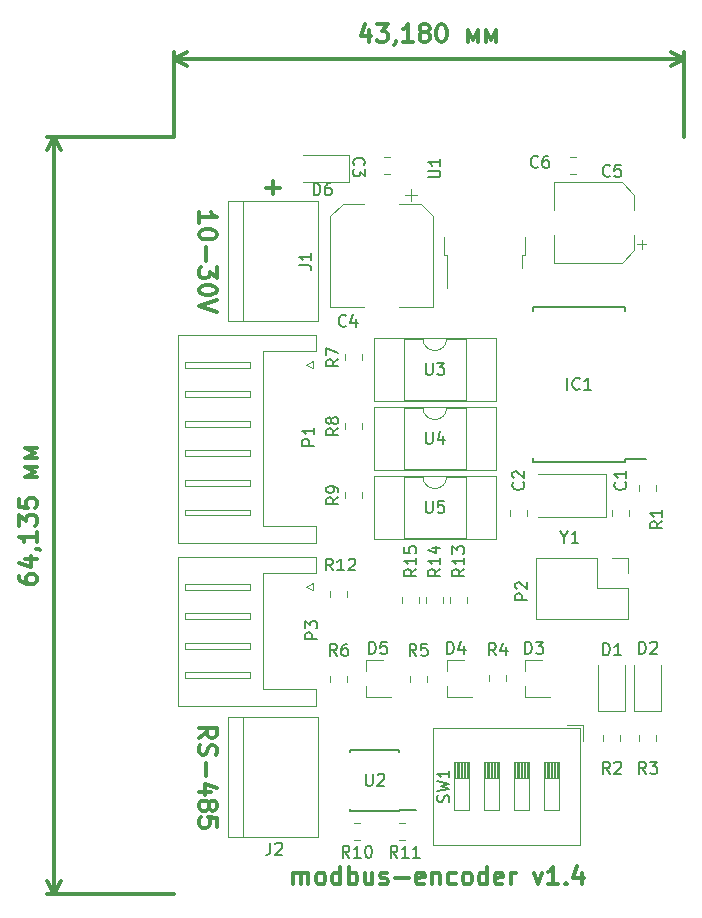
<source format=gbr>
G04 #@! TF.GenerationSoftware,KiCad,Pcbnew,5.1.4+dfsg1-1~bpo10+1*
G04 #@! TF.CreationDate,2019-10-25T23:34:54+10:00*
G04 #@! TF.ProjectId,interface,696e7465-7266-4616-9365-2e6b69636164,rev?*
G04 #@! TF.SameCoordinates,Original*
G04 #@! TF.FileFunction,Legend,Top*
G04 #@! TF.FilePolarity,Positive*
%FSLAX46Y46*%
G04 Gerber Fmt 4.6, Leading zero omitted, Abs format (unit mm)*
G04 Created by KiCad (PCBNEW 5.1.4+dfsg1-1~bpo10+1) date 2019-10-25 23:34:54*
%MOMM*%
%LPD*%
G04 APERTURE LIST*
%ADD10C,0.300000*%
%ADD11C,0.120000*%
%ADD12C,0.150000*%
G04 APERTURE END LIST*
D10*
X99250571Y-57638142D02*
X100393428Y-57638142D01*
X99822000Y-58209571D02*
X99822000Y-57066714D01*
X101541999Y-116629571D02*
X101541999Y-115629571D01*
X101541999Y-115772428D02*
X101613428Y-115701000D01*
X101756285Y-115629571D01*
X101970571Y-115629571D01*
X102113428Y-115701000D01*
X102184857Y-115843857D01*
X102184857Y-116629571D01*
X102184857Y-115843857D02*
X102256285Y-115701000D01*
X102399142Y-115629571D01*
X102613428Y-115629571D01*
X102756285Y-115701000D01*
X102827714Y-115843857D01*
X102827714Y-116629571D01*
X103756285Y-116629571D02*
X103613428Y-116558142D01*
X103541999Y-116486714D01*
X103470571Y-116343857D01*
X103470571Y-115915285D01*
X103541999Y-115772428D01*
X103613428Y-115701000D01*
X103756285Y-115629571D01*
X103970571Y-115629571D01*
X104113428Y-115701000D01*
X104184857Y-115772428D01*
X104256285Y-115915285D01*
X104256285Y-116343857D01*
X104184857Y-116486714D01*
X104113428Y-116558142D01*
X103970571Y-116629571D01*
X103756285Y-116629571D01*
X105541999Y-116629571D02*
X105541999Y-115129571D01*
X105541999Y-116558142D02*
X105399142Y-116629571D01*
X105113428Y-116629571D01*
X104970571Y-116558142D01*
X104899142Y-116486714D01*
X104827714Y-116343857D01*
X104827714Y-115915285D01*
X104899142Y-115772428D01*
X104970571Y-115701000D01*
X105113428Y-115629571D01*
X105399142Y-115629571D01*
X105541999Y-115701000D01*
X106256285Y-116629571D02*
X106256285Y-115129571D01*
X106256285Y-115701000D02*
X106399142Y-115629571D01*
X106684857Y-115629571D01*
X106827714Y-115701000D01*
X106899142Y-115772428D01*
X106970571Y-115915285D01*
X106970571Y-116343857D01*
X106899142Y-116486714D01*
X106827714Y-116558142D01*
X106684857Y-116629571D01*
X106399142Y-116629571D01*
X106256285Y-116558142D01*
X108256285Y-115629571D02*
X108256285Y-116629571D01*
X107613428Y-115629571D02*
X107613428Y-116415285D01*
X107684857Y-116558142D01*
X107827714Y-116629571D01*
X108041999Y-116629571D01*
X108184857Y-116558142D01*
X108256285Y-116486714D01*
X108899142Y-116558142D02*
X109041999Y-116629571D01*
X109327714Y-116629571D01*
X109470571Y-116558142D01*
X109542000Y-116415285D01*
X109542000Y-116343857D01*
X109470571Y-116201000D01*
X109327714Y-116129571D01*
X109113428Y-116129571D01*
X108970571Y-116058142D01*
X108899142Y-115915285D01*
X108899142Y-115843857D01*
X108970571Y-115701000D01*
X109113428Y-115629571D01*
X109327714Y-115629571D01*
X109470571Y-115701000D01*
X110184857Y-116058142D02*
X111327714Y-116058142D01*
X112613428Y-116558142D02*
X112470571Y-116629571D01*
X112184857Y-116629571D01*
X112041999Y-116558142D01*
X111970571Y-116415285D01*
X111970571Y-115843857D01*
X112041999Y-115701000D01*
X112184857Y-115629571D01*
X112470571Y-115629571D01*
X112613428Y-115701000D01*
X112684857Y-115843857D01*
X112684857Y-115986714D01*
X111970571Y-116129571D01*
X113327714Y-115629571D02*
X113327714Y-116629571D01*
X113327714Y-115772428D02*
X113399142Y-115701000D01*
X113541999Y-115629571D01*
X113756285Y-115629571D01*
X113899142Y-115701000D01*
X113970571Y-115843857D01*
X113970571Y-116629571D01*
X115327714Y-116558142D02*
X115184857Y-116629571D01*
X114899142Y-116629571D01*
X114756285Y-116558142D01*
X114684857Y-116486714D01*
X114613428Y-116343857D01*
X114613428Y-115915285D01*
X114684857Y-115772428D01*
X114756285Y-115701000D01*
X114899142Y-115629571D01*
X115184857Y-115629571D01*
X115327714Y-115701000D01*
X116184857Y-116629571D02*
X116041999Y-116558142D01*
X115970571Y-116486714D01*
X115899142Y-116343857D01*
X115899142Y-115915285D01*
X115970571Y-115772428D01*
X116041999Y-115701000D01*
X116184857Y-115629571D01*
X116399142Y-115629571D01*
X116541999Y-115701000D01*
X116613428Y-115772428D01*
X116684857Y-115915285D01*
X116684857Y-116343857D01*
X116613428Y-116486714D01*
X116541999Y-116558142D01*
X116399142Y-116629571D01*
X116184857Y-116629571D01*
X117970571Y-116629571D02*
X117970571Y-115129571D01*
X117970571Y-116558142D02*
X117827714Y-116629571D01*
X117541999Y-116629571D01*
X117399142Y-116558142D01*
X117327714Y-116486714D01*
X117256285Y-116343857D01*
X117256285Y-115915285D01*
X117327714Y-115772428D01*
X117399142Y-115701000D01*
X117541999Y-115629571D01*
X117827714Y-115629571D01*
X117970571Y-115701000D01*
X119256285Y-116558142D02*
X119113428Y-116629571D01*
X118827714Y-116629571D01*
X118684857Y-116558142D01*
X118613428Y-116415285D01*
X118613428Y-115843857D01*
X118684857Y-115701000D01*
X118827714Y-115629571D01*
X119113428Y-115629571D01*
X119256285Y-115701000D01*
X119327714Y-115843857D01*
X119327714Y-115986714D01*
X118613428Y-116129571D01*
X119970571Y-116629571D02*
X119970571Y-115629571D01*
X119970571Y-115915285D02*
X120042000Y-115772428D01*
X120113428Y-115701000D01*
X120256285Y-115629571D01*
X120399142Y-115629571D01*
X121899142Y-115629571D02*
X122256285Y-116629571D01*
X122613428Y-115629571D01*
X123970571Y-116629571D02*
X123113428Y-116629571D01*
X123541999Y-116629571D02*
X123541999Y-115129571D01*
X123399142Y-115343857D01*
X123256285Y-115486714D01*
X123113428Y-115558142D01*
X124613428Y-116486714D02*
X124684857Y-116558142D01*
X124613428Y-116629571D01*
X124542000Y-116558142D01*
X124613428Y-116486714D01*
X124613428Y-116629571D01*
X125970571Y-115629571D02*
X125970571Y-116629571D01*
X125613428Y-115058142D02*
X125256285Y-116129571D01*
X126184857Y-116129571D01*
X93555428Y-104247571D02*
X94269714Y-103747571D01*
X93555428Y-103390428D02*
X95055428Y-103390428D01*
X95055428Y-103961857D01*
X94984000Y-104104714D01*
X94912571Y-104176142D01*
X94769714Y-104247571D01*
X94555428Y-104247571D01*
X94412571Y-104176142D01*
X94341142Y-104104714D01*
X94269714Y-103961857D01*
X94269714Y-103390428D01*
X93626857Y-104819000D02*
X93555428Y-105033285D01*
X93555428Y-105390428D01*
X93626857Y-105533285D01*
X93698285Y-105604714D01*
X93841142Y-105676142D01*
X93984000Y-105676142D01*
X94126857Y-105604714D01*
X94198285Y-105533285D01*
X94269714Y-105390428D01*
X94341142Y-105104714D01*
X94412571Y-104961857D01*
X94484000Y-104890428D01*
X94626857Y-104819000D01*
X94769714Y-104819000D01*
X94912571Y-104890428D01*
X94984000Y-104961857D01*
X95055428Y-105104714D01*
X95055428Y-105461857D01*
X94984000Y-105676142D01*
X94126857Y-106319000D02*
X94126857Y-107461857D01*
X94555428Y-108819000D02*
X93555428Y-108819000D01*
X95126857Y-108461857D02*
X94055428Y-108104714D01*
X94055428Y-109033285D01*
X94412571Y-109819000D02*
X94484000Y-109676142D01*
X94555428Y-109604714D01*
X94698285Y-109533285D01*
X94769714Y-109533285D01*
X94912571Y-109604714D01*
X94984000Y-109676142D01*
X95055428Y-109819000D01*
X95055428Y-110104714D01*
X94984000Y-110247571D01*
X94912571Y-110319000D01*
X94769714Y-110390428D01*
X94698285Y-110390428D01*
X94555428Y-110319000D01*
X94484000Y-110247571D01*
X94412571Y-110104714D01*
X94412571Y-109819000D01*
X94341142Y-109676142D01*
X94269714Y-109604714D01*
X94126857Y-109533285D01*
X93841142Y-109533285D01*
X93698285Y-109604714D01*
X93626857Y-109676142D01*
X93555428Y-109819000D01*
X93555428Y-110104714D01*
X93626857Y-110247571D01*
X93698285Y-110319000D01*
X93841142Y-110390428D01*
X94126857Y-110390428D01*
X94269714Y-110319000D01*
X94341142Y-110247571D01*
X94412571Y-110104714D01*
X95055428Y-111747571D02*
X95055428Y-111033285D01*
X94341142Y-110961857D01*
X94412571Y-111033285D01*
X94484000Y-111176142D01*
X94484000Y-111533285D01*
X94412571Y-111676142D01*
X94341142Y-111747571D01*
X94198285Y-111819000D01*
X93841142Y-111819000D01*
X93698285Y-111747571D01*
X93626857Y-111676142D01*
X93555428Y-111533285D01*
X93555428Y-111176142D01*
X93626857Y-111033285D01*
X93698285Y-110961857D01*
X93555428Y-60595285D02*
X93555428Y-59738142D01*
X93555428Y-60166714D02*
X95055428Y-60166714D01*
X94841142Y-60023857D01*
X94698285Y-59881000D01*
X94626857Y-59738142D01*
X95055428Y-61523857D02*
X95055428Y-61666714D01*
X94984000Y-61809571D01*
X94912571Y-61881000D01*
X94769714Y-61952428D01*
X94484000Y-62023857D01*
X94126857Y-62023857D01*
X93841142Y-61952428D01*
X93698285Y-61881000D01*
X93626857Y-61809571D01*
X93555428Y-61666714D01*
X93555428Y-61523857D01*
X93626857Y-61381000D01*
X93698285Y-61309571D01*
X93841142Y-61238142D01*
X94126857Y-61166714D01*
X94484000Y-61166714D01*
X94769714Y-61238142D01*
X94912571Y-61309571D01*
X94984000Y-61381000D01*
X95055428Y-61523857D01*
X94126857Y-62666714D02*
X94126857Y-63809571D01*
X95055428Y-64381000D02*
X95055428Y-65309571D01*
X94484000Y-64809571D01*
X94484000Y-65023857D01*
X94412571Y-65166714D01*
X94341142Y-65238142D01*
X94198285Y-65309571D01*
X93841142Y-65309571D01*
X93698285Y-65238142D01*
X93626857Y-65166714D01*
X93555428Y-65023857D01*
X93555428Y-64595285D01*
X93626857Y-64452428D01*
X93698285Y-64381000D01*
X95055428Y-66238142D02*
X95055428Y-66381000D01*
X94984000Y-66523857D01*
X94912571Y-66595285D01*
X94769714Y-66666714D01*
X94484000Y-66738142D01*
X94126857Y-66738142D01*
X93841142Y-66666714D01*
X93698285Y-66595285D01*
X93626857Y-66523857D01*
X93555428Y-66381000D01*
X93555428Y-66238142D01*
X93626857Y-66095285D01*
X93698285Y-66023857D01*
X93841142Y-65952428D01*
X94126857Y-65881000D01*
X94484000Y-65881000D01*
X94769714Y-65952428D01*
X94912571Y-66023857D01*
X94984000Y-66095285D01*
X95055428Y-66238142D01*
X95055428Y-67166714D02*
X93555428Y-67666714D01*
X95055428Y-68166714D01*
X107958571Y-44314571D02*
X107958571Y-45314571D01*
X107601428Y-43743142D02*
X107244285Y-44814571D01*
X108172857Y-44814571D01*
X108601428Y-43814571D02*
X109530000Y-43814571D01*
X109030000Y-44386000D01*
X109244285Y-44386000D01*
X109387142Y-44457428D01*
X109458571Y-44528857D01*
X109530000Y-44671714D01*
X109530000Y-45028857D01*
X109458571Y-45171714D01*
X109387142Y-45243142D01*
X109244285Y-45314571D01*
X108815714Y-45314571D01*
X108672857Y-45243142D01*
X108601428Y-45171714D01*
X110244285Y-45243142D02*
X110244285Y-45314571D01*
X110172857Y-45457428D01*
X110101428Y-45528857D01*
X111672857Y-45314571D02*
X110815714Y-45314571D01*
X111244285Y-45314571D02*
X111244285Y-43814571D01*
X111101428Y-44028857D01*
X110958571Y-44171714D01*
X110815714Y-44243142D01*
X112530000Y-44457428D02*
X112387142Y-44386000D01*
X112315714Y-44314571D01*
X112244285Y-44171714D01*
X112244285Y-44100285D01*
X112315714Y-43957428D01*
X112387142Y-43886000D01*
X112530000Y-43814571D01*
X112815714Y-43814571D01*
X112958571Y-43886000D01*
X113030000Y-43957428D01*
X113101428Y-44100285D01*
X113101428Y-44171714D01*
X113030000Y-44314571D01*
X112958571Y-44386000D01*
X112815714Y-44457428D01*
X112530000Y-44457428D01*
X112387142Y-44528857D01*
X112315714Y-44600285D01*
X112244285Y-44743142D01*
X112244285Y-45028857D01*
X112315714Y-45171714D01*
X112387142Y-45243142D01*
X112530000Y-45314571D01*
X112815714Y-45314571D01*
X112958571Y-45243142D01*
X113030000Y-45171714D01*
X113101428Y-45028857D01*
X113101428Y-44743142D01*
X113030000Y-44600285D01*
X112958571Y-44528857D01*
X112815714Y-44457428D01*
X114030000Y-43814571D02*
X114172857Y-43814571D01*
X114315714Y-43886000D01*
X114387142Y-43957428D01*
X114458571Y-44100285D01*
X114530000Y-44386000D01*
X114530000Y-44743142D01*
X114458571Y-45028857D01*
X114387142Y-45171714D01*
X114315714Y-45243142D01*
X114172857Y-45314571D01*
X114030000Y-45314571D01*
X113887142Y-45243142D01*
X113815714Y-45171714D01*
X113744285Y-45028857D01*
X113672857Y-44743142D01*
X113672857Y-44386000D01*
X113744285Y-44100285D01*
X113815714Y-43957428D01*
X113887142Y-43886000D01*
X114030000Y-43814571D01*
X116315714Y-45314571D02*
X116315714Y-44314571D01*
X116744285Y-45100285D01*
X117172857Y-44314571D01*
X117172857Y-45314571D01*
X117887142Y-45314571D02*
X117887142Y-44314571D01*
X118315714Y-45100285D01*
X118744285Y-44314571D01*
X118744285Y-45314571D01*
X91440000Y-46736000D02*
X134620000Y-46736000D01*
X91440000Y-53340000D02*
X91440000Y-46149579D01*
X134620000Y-53340000D02*
X134620000Y-46149579D01*
X134620000Y-46736000D02*
X133493496Y-47322421D01*
X134620000Y-46736000D02*
X133493496Y-46149579D01*
X91440000Y-46736000D02*
X92566504Y-47322421D01*
X91440000Y-46736000D02*
X92566504Y-46149579D01*
X78358571Y-90478928D02*
X78358571Y-90764642D01*
X78430000Y-90907500D01*
X78501428Y-90978928D01*
X78715714Y-91121785D01*
X79001428Y-91193214D01*
X79572857Y-91193214D01*
X79715714Y-91121785D01*
X79787142Y-91050357D01*
X79858571Y-90907500D01*
X79858571Y-90621785D01*
X79787142Y-90478928D01*
X79715714Y-90407500D01*
X79572857Y-90336071D01*
X79215714Y-90336071D01*
X79072857Y-90407500D01*
X79001428Y-90478928D01*
X78930000Y-90621785D01*
X78930000Y-90907500D01*
X79001428Y-91050357D01*
X79072857Y-91121785D01*
X79215714Y-91193214D01*
X78858571Y-89050357D02*
X79858571Y-89050357D01*
X78287142Y-89407500D02*
X79358571Y-89764642D01*
X79358571Y-88836071D01*
X79787142Y-88193214D02*
X79858571Y-88193214D01*
X80001428Y-88264642D01*
X80072857Y-88336071D01*
X79858571Y-86764642D02*
X79858571Y-87621785D01*
X79858571Y-87193214D02*
X78358571Y-87193214D01*
X78572857Y-87336071D01*
X78715714Y-87478928D01*
X78787142Y-87621785D01*
X78358571Y-86264642D02*
X78358571Y-85336071D01*
X78930000Y-85836071D01*
X78930000Y-85621785D01*
X79001428Y-85478928D01*
X79072857Y-85407500D01*
X79215714Y-85336071D01*
X79572857Y-85336071D01*
X79715714Y-85407500D01*
X79787142Y-85478928D01*
X79858571Y-85621785D01*
X79858571Y-86050357D01*
X79787142Y-86193214D01*
X79715714Y-86264642D01*
X78358571Y-83978928D02*
X78358571Y-84693214D01*
X79072857Y-84764642D01*
X79001428Y-84693214D01*
X78930000Y-84550357D01*
X78930000Y-84193214D01*
X79001428Y-84050357D01*
X79072857Y-83978928D01*
X79215714Y-83907500D01*
X79572857Y-83907500D01*
X79715714Y-83978928D01*
X79787142Y-84050357D01*
X79858571Y-84193214D01*
X79858571Y-84550357D01*
X79787142Y-84693214D01*
X79715714Y-84764642D01*
X79858571Y-82121785D02*
X78858571Y-82121785D01*
X79644285Y-81693214D01*
X78858571Y-81264642D01*
X79858571Y-81264642D01*
X79858571Y-80550357D02*
X78858571Y-80550357D01*
X79644285Y-80121785D01*
X78858571Y-79693214D01*
X79858571Y-79693214D01*
X81280000Y-117475000D02*
X81280000Y-53340000D01*
X91440000Y-117475000D02*
X80693579Y-117475000D01*
X91440000Y-53340000D02*
X80693579Y-53340000D01*
X81280000Y-53340000D02*
X81866421Y-54466504D01*
X81280000Y-53340000D02*
X80693579Y-54466504D01*
X81280000Y-117475000D02*
X81866421Y-116348496D01*
X81280000Y-117475000D02*
X80693579Y-116348496D01*
D11*
X112040000Y-58273000D02*
X111040000Y-58273000D01*
X111540000Y-57773000D02*
X111540000Y-58773000D01*
X105734437Y-59013000D02*
X104670000Y-60077437D01*
X112325563Y-59013000D02*
X113390000Y-60077437D01*
X112325563Y-59013000D02*
X110540000Y-59013000D01*
X105734437Y-59013000D02*
X107520000Y-59013000D01*
X104670000Y-60077437D02*
X104670000Y-67733000D01*
X113390000Y-60077437D02*
X113390000Y-67733000D01*
X113390000Y-67733000D02*
X110540000Y-67733000D01*
X104670000Y-67733000D02*
X107520000Y-67733000D01*
X128018000Y-81893000D02*
X122268000Y-81893000D01*
X128018000Y-85493000D02*
X128018000Y-81893000D01*
X122268000Y-85493000D02*
X128018000Y-85493000D01*
X112828000Y-92324422D02*
X112828000Y-92841578D01*
X114248000Y-92324422D02*
X114248000Y-92841578D01*
X110796000Y-92324422D02*
X110796000Y-92841578D01*
X112216000Y-92324422D02*
X112216000Y-92841578D01*
X114860000Y-92324422D02*
X114860000Y-92841578D01*
X116280000Y-92324422D02*
X116280000Y-92841578D01*
X118678000Y-82049000D02*
X108398000Y-82049000D01*
X118678000Y-87369000D02*
X118678000Y-82049000D01*
X108398000Y-87369000D02*
X118678000Y-87369000D01*
X108398000Y-82049000D02*
X108398000Y-87369000D01*
X116188000Y-82109000D02*
X114538000Y-82109000D01*
X116188000Y-87309000D02*
X116188000Y-82109000D01*
X110888000Y-87309000D02*
X116188000Y-87309000D01*
X110888000Y-82109000D02*
X110888000Y-87309000D01*
X112538000Y-82109000D02*
X110888000Y-82109000D01*
X114538000Y-82109000D02*
G75*
G02X112538000Y-82109000I-1000000J0D01*
G01*
X118678000Y-76207000D02*
X108398000Y-76207000D01*
X118678000Y-81527000D02*
X118678000Y-76207000D01*
X108398000Y-81527000D02*
X118678000Y-81527000D01*
X108398000Y-76207000D02*
X108398000Y-81527000D01*
X116188000Y-76267000D02*
X114538000Y-76267000D01*
X116188000Y-81467000D02*
X116188000Y-76267000D01*
X110888000Y-81467000D02*
X116188000Y-81467000D01*
X110888000Y-76267000D02*
X110888000Y-81467000D01*
X112538000Y-76267000D02*
X110888000Y-76267000D01*
X114538000Y-76267000D02*
G75*
G02X112538000Y-76267000I-1000000J0D01*
G01*
X118678000Y-70365000D02*
X108398000Y-70365000D01*
X118678000Y-75685000D02*
X118678000Y-70365000D01*
X108398000Y-75685000D02*
X118678000Y-75685000D01*
X108398000Y-70365000D02*
X108398000Y-75685000D01*
X116188000Y-70425000D02*
X114538000Y-70425000D01*
X116188000Y-75625000D02*
X116188000Y-70425000D01*
X110888000Y-75625000D02*
X116188000Y-75625000D01*
X110888000Y-70425000D02*
X110888000Y-75625000D01*
X112538000Y-70425000D02*
X110888000Y-70425000D01*
X114538000Y-70425000D02*
G75*
G02X112538000Y-70425000I-1000000J0D01*
G01*
X131043750Y-62820250D02*
X131043750Y-62032750D01*
X131437500Y-62426500D02*
X130650000Y-62426500D01*
X130410000Y-58233437D02*
X129345563Y-57169000D01*
X130410000Y-62924563D02*
X129345563Y-63989000D01*
X130410000Y-62924563D02*
X130410000Y-61639000D01*
X130410000Y-58233437D02*
X130410000Y-59519000D01*
X129345563Y-57169000D02*
X123590000Y-57169000D01*
X129345563Y-63989000D02*
X123590000Y-63989000D01*
X123590000Y-63989000D02*
X123590000Y-61639000D01*
X123590000Y-57169000D02*
X123590000Y-59519000D01*
X132707000Y-101980000D02*
X132707000Y-98095000D01*
X130437000Y-101980000D02*
X132707000Y-101980000D01*
X130437000Y-98095000D02*
X130437000Y-101980000D01*
X129659000Y-101980000D02*
X129659000Y-98095000D01*
X127389000Y-101980000D02*
X129659000Y-101980000D01*
X127389000Y-98095000D02*
X127389000Y-101980000D01*
X107698000Y-97607000D02*
X109158000Y-97607000D01*
X107698000Y-100767000D02*
X109858000Y-100767000D01*
X107698000Y-100767000D02*
X107698000Y-99837000D01*
X107698000Y-97607000D02*
X107698000Y-98537000D01*
X114556000Y-97604000D02*
X116016000Y-97604000D01*
X114556000Y-100764000D02*
X116716000Y-100764000D01*
X114556000Y-100764000D02*
X114556000Y-99834000D01*
X114556000Y-97604000D02*
X114556000Y-98534000D01*
X121160000Y-97607000D02*
X122620000Y-97607000D01*
X121160000Y-100767000D02*
X123320000Y-100767000D01*
X121160000Y-100767000D02*
X121160000Y-99837000D01*
X121160000Y-97607000D02*
X121160000Y-98537000D01*
X104700000Y-92333578D02*
X104700000Y-91816422D01*
X106120000Y-92333578D02*
X106120000Y-91816422D01*
X125480578Y-56463000D02*
X124963422Y-56463000D01*
X125480578Y-55043000D02*
X124963422Y-55043000D01*
X125864000Y-103381000D02*
X125864000Y-113281000D01*
X113404000Y-103381000D02*
X113404000Y-113281000D01*
X125864000Y-103381000D02*
X113404000Y-103381000D01*
X125864000Y-113281000D02*
X113404000Y-113281000D01*
X126104000Y-103141000D02*
X126104000Y-104525000D01*
X126104000Y-103141000D02*
X124721000Y-103141000D01*
X124079000Y-106301000D02*
X122809000Y-106301000D01*
X122809000Y-106301000D02*
X122809000Y-110361000D01*
X122809000Y-110361000D02*
X124079000Y-110361000D01*
X124079000Y-110361000D02*
X124079000Y-106301000D01*
X123959000Y-106301000D02*
X123959000Y-107654333D01*
X123839000Y-106301000D02*
X123839000Y-107654333D01*
X123719000Y-106301000D02*
X123719000Y-107654333D01*
X123599000Y-106301000D02*
X123599000Y-107654333D01*
X123479000Y-106301000D02*
X123479000Y-107654333D01*
X123359000Y-106301000D02*
X123359000Y-107654333D01*
X123239000Y-106301000D02*
X123239000Y-107654333D01*
X123119000Y-106301000D02*
X123119000Y-107654333D01*
X122999000Y-106301000D02*
X122999000Y-107654333D01*
X122879000Y-106301000D02*
X122879000Y-107654333D01*
X124079000Y-107654333D02*
X122809000Y-107654333D01*
X121539000Y-106301000D02*
X120269000Y-106301000D01*
X120269000Y-106301000D02*
X120269000Y-110361000D01*
X120269000Y-110361000D02*
X121539000Y-110361000D01*
X121539000Y-110361000D02*
X121539000Y-106301000D01*
X121419000Y-106301000D02*
X121419000Y-107654333D01*
X121299000Y-106301000D02*
X121299000Y-107654333D01*
X121179000Y-106301000D02*
X121179000Y-107654333D01*
X121059000Y-106301000D02*
X121059000Y-107654333D01*
X120939000Y-106301000D02*
X120939000Y-107654333D01*
X120819000Y-106301000D02*
X120819000Y-107654333D01*
X120699000Y-106301000D02*
X120699000Y-107654333D01*
X120579000Y-106301000D02*
X120579000Y-107654333D01*
X120459000Y-106301000D02*
X120459000Y-107654333D01*
X120339000Y-106301000D02*
X120339000Y-107654333D01*
X121539000Y-107654333D02*
X120269000Y-107654333D01*
X118999000Y-106301000D02*
X117729000Y-106301000D01*
X117729000Y-106301000D02*
X117729000Y-110361000D01*
X117729000Y-110361000D02*
X118999000Y-110361000D01*
X118999000Y-110361000D02*
X118999000Y-106301000D01*
X118879000Y-106301000D02*
X118879000Y-107654333D01*
X118759000Y-106301000D02*
X118759000Y-107654333D01*
X118639000Y-106301000D02*
X118639000Y-107654333D01*
X118519000Y-106301000D02*
X118519000Y-107654333D01*
X118399000Y-106301000D02*
X118399000Y-107654333D01*
X118279000Y-106301000D02*
X118279000Y-107654333D01*
X118159000Y-106301000D02*
X118159000Y-107654333D01*
X118039000Y-106301000D02*
X118039000Y-107654333D01*
X117919000Y-106301000D02*
X117919000Y-107654333D01*
X117799000Y-106301000D02*
X117799000Y-107654333D01*
X118999000Y-107654333D02*
X117729000Y-107654333D01*
X116459000Y-106301000D02*
X115189000Y-106301000D01*
X115189000Y-106301000D02*
X115189000Y-110361000D01*
X115189000Y-110361000D02*
X116459000Y-110361000D01*
X116459000Y-110361000D02*
X116459000Y-106301000D01*
X116339000Y-106301000D02*
X116339000Y-107654333D01*
X116219000Y-106301000D02*
X116219000Y-107654333D01*
X116099000Y-106301000D02*
X116099000Y-107654333D01*
X115979000Y-106301000D02*
X115979000Y-107654333D01*
X115859000Y-106301000D02*
X115859000Y-107654333D01*
X115739000Y-106301000D02*
X115739000Y-107654333D01*
X115619000Y-106301000D02*
X115619000Y-107654333D01*
X115499000Y-106301000D02*
X115499000Y-107654333D01*
X115379000Y-106301000D02*
X115379000Y-107654333D01*
X115259000Y-106301000D02*
X115259000Y-107654333D01*
X116459000Y-107654333D02*
X115189000Y-107654333D01*
X102410000Y-57142000D02*
X106295000Y-57142000D01*
X106295000Y-57142000D02*
X106295000Y-54872000D01*
X106295000Y-54872000D02*
X102410000Y-54872000D01*
D12*
X110533000Y-110398000D02*
X110533000Y-110348000D01*
X106383000Y-110398000D02*
X106383000Y-110253000D01*
X106383000Y-105248000D02*
X106383000Y-105393000D01*
X110533000Y-105248000D02*
X110533000Y-105393000D01*
X110533000Y-110398000D02*
X106383000Y-110398000D01*
X110533000Y-105248000D02*
X106383000Y-105248000D01*
X110533000Y-110348000D02*
X111933000Y-110348000D01*
D11*
X106675422Y-112851000D02*
X107192578Y-112851000D01*
X106675422Y-111431000D02*
X107192578Y-111431000D01*
X111002578Y-112851000D02*
X110485422Y-112851000D01*
X111002578Y-111431000D02*
X110485422Y-111431000D01*
X97282000Y-112649000D02*
X97282000Y-102489000D01*
X96012000Y-112649000D02*
X103632000Y-112649000D01*
X103632000Y-112649000D02*
X103632000Y-102489000D01*
X103632000Y-102489000D02*
X96012000Y-102489000D01*
X96012000Y-102489000D02*
X96012000Y-112649000D01*
D12*
X129605000Y-80870000D02*
X129605000Y-80620000D01*
X121855000Y-80870000D02*
X121855000Y-80535000D01*
X121855000Y-67720000D02*
X121855000Y-68055000D01*
X129605000Y-67720000D02*
X129605000Y-68055000D01*
X129605000Y-80870000D02*
X121855000Y-80870000D01*
X129605000Y-67720000D02*
X121855000Y-67720000D01*
X129605000Y-80620000D02*
X131405000Y-80620000D01*
D11*
X119582000Y-98928422D02*
X119582000Y-99445578D01*
X118162000Y-98928422D02*
X118162000Y-99445578D01*
X91782000Y-95190000D02*
X91782000Y-88880000D01*
X91782000Y-88880000D02*
X103502000Y-88880000D01*
X103502000Y-88880000D02*
X103502000Y-90300000D01*
X103502000Y-90300000D02*
X99002000Y-90300000D01*
X99002000Y-90300000D02*
X99002000Y-95190000D01*
X91782000Y-95190000D02*
X91782000Y-101500000D01*
X91782000Y-101500000D02*
X103502000Y-101500000D01*
X103502000Y-101500000D02*
X103502000Y-100080000D01*
X103502000Y-100080000D02*
X99002000Y-100080000D01*
X99002000Y-100080000D02*
X99002000Y-95190000D01*
X97892000Y-91190000D02*
X92392000Y-91190000D01*
X92392000Y-91190000D02*
X92392000Y-91690000D01*
X92392000Y-91690000D02*
X97892000Y-91690000D01*
X97892000Y-91690000D02*
X97892000Y-91190000D01*
X97892000Y-93690000D02*
X92392000Y-93690000D01*
X92392000Y-93690000D02*
X92392000Y-94190000D01*
X92392000Y-94190000D02*
X97892000Y-94190000D01*
X97892000Y-94190000D02*
X97892000Y-93690000D01*
X97892000Y-96190000D02*
X92392000Y-96190000D01*
X92392000Y-96190000D02*
X92392000Y-96690000D01*
X92392000Y-96690000D02*
X97892000Y-96690000D01*
X97892000Y-96690000D02*
X97892000Y-96190000D01*
X97892000Y-98690000D02*
X92392000Y-98690000D01*
X92392000Y-98690000D02*
X92392000Y-99190000D01*
X92392000Y-99190000D02*
X97892000Y-99190000D01*
X97892000Y-99190000D02*
X97892000Y-98690000D01*
X102592000Y-91440000D02*
X103192000Y-91140000D01*
X103192000Y-91140000D02*
X103192000Y-91740000D01*
X103192000Y-91740000D02*
X102592000Y-91440000D01*
X121360000Y-84958422D02*
X121360000Y-85475578D01*
X119940000Y-84958422D02*
X119940000Y-85475578D01*
X109215422Y-56463000D02*
X109732578Y-56463000D01*
X109215422Y-55043000D02*
X109732578Y-55043000D01*
X129996000Y-84958422D02*
X129996000Y-85475578D01*
X128576000Y-84958422D02*
X128576000Y-85475578D01*
X91782000Y-78894000D02*
X91782000Y-70084000D01*
X91782000Y-70084000D02*
X103502000Y-70084000D01*
X103502000Y-70084000D02*
X103502000Y-71504000D01*
X103502000Y-71504000D02*
X99002000Y-71504000D01*
X99002000Y-71504000D02*
X99002000Y-78894000D01*
X91782000Y-78894000D02*
X91782000Y-87704000D01*
X91782000Y-87704000D02*
X103502000Y-87704000D01*
X103502000Y-87704000D02*
X103502000Y-86284000D01*
X103502000Y-86284000D02*
X99002000Y-86284000D01*
X99002000Y-86284000D02*
X99002000Y-78894000D01*
X97892000Y-72394000D02*
X92392000Y-72394000D01*
X92392000Y-72394000D02*
X92392000Y-72894000D01*
X92392000Y-72894000D02*
X97892000Y-72894000D01*
X97892000Y-72894000D02*
X97892000Y-72394000D01*
X97892000Y-74894000D02*
X92392000Y-74894000D01*
X92392000Y-74894000D02*
X92392000Y-75394000D01*
X92392000Y-75394000D02*
X97892000Y-75394000D01*
X97892000Y-75394000D02*
X97892000Y-74894000D01*
X97892000Y-77394000D02*
X92392000Y-77394000D01*
X92392000Y-77394000D02*
X92392000Y-77894000D01*
X92392000Y-77894000D02*
X97892000Y-77894000D01*
X97892000Y-77894000D02*
X97892000Y-77394000D01*
X97892000Y-79894000D02*
X92392000Y-79894000D01*
X92392000Y-79894000D02*
X92392000Y-80394000D01*
X92392000Y-80394000D02*
X97892000Y-80394000D01*
X97892000Y-80394000D02*
X97892000Y-79894000D01*
X97892000Y-82394000D02*
X92392000Y-82394000D01*
X92392000Y-82394000D02*
X92392000Y-82894000D01*
X92392000Y-82894000D02*
X97892000Y-82894000D01*
X97892000Y-82894000D02*
X97892000Y-82394000D01*
X97892000Y-84894000D02*
X92392000Y-84894000D01*
X92392000Y-84894000D02*
X92392000Y-85394000D01*
X92392000Y-85394000D02*
X97892000Y-85394000D01*
X97892000Y-85394000D02*
X97892000Y-84894000D01*
X102592000Y-72644000D02*
X103192000Y-72344000D01*
X103192000Y-72344000D02*
X103192000Y-72944000D01*
X103192000Y-72944000D02*
X102592000Y-72644000D01*
X122114000Y-88967000D02*
X122114000Y-94167000D01*
X127254000Y-88967000D02*
X122114000Y-88967000D01*
X129854000Y-94167000D02*
X122114000Y-94167000D01*
X127254000Y-88967000D02*
X127254000Y-91567000D01*
X127254000Y-91567000D02*
X129854000Y-91567000D01*
X129854000Y-91567000D02*
X129854000Y-94167000D01*
X128524000Y-88967000D02*
X129854000Y-88967000D01*
X129854000Y-88967000D02*
X129854000Y-90297000D01*
X114279000Y-61803000D02*
X114279000Y-63303000D01*
X114279000Y-63303000D02*
X114549000Y-63303000D01*
X114549000Y-63303000D02*
X114549000Y-66133000D01*
X121179000Y-61803000D02*
X121179000Y-63303000D01*
X121179000Y-63303000D02*
X120909000Y-63303000D01*
X120909000Y-63303000D02*
X120909000Y-64403000D01*
X130862000Y-104008422D02*
X130862000Y-104525578D01*
X132282000Y-104008422D02*
X132282000Y-104525578D01*
X129234000Y-104008422D02*
X129234000Y-104525578D01*
X127814000Y-104008422D02*
X127814000Y-104525578D01*
X132282000Y-83365078D02*
X132282000Y-82847922D01*
X130862000Y-83365078D02*
X130862000Y-82847922D01*
X106120000Y-98976922D02*
X106120000Y-99494078D01*
X104700000Y-98976922D02*
X104700000Y-99494078D01*
X105970000Y-71750422D02*
X105970000Y-72267578D01*
X107390000Y-71750422D02*
X107390000Y-72267578D01*
X107390000Y-77592422D02*
X107390000Y-78109578D01*
X105970000Y-77592422D02*
X105970000Y-78109578D01*
X105970000Y-83434422D02*
X105970000Y-83951578D01*
X107390000Y-83434422D02*
X107390000Y-83951578D01*
X112851000Y-98976922D02*
X112851000Y-99494078D01*
X111431000Y-98976922D02*
X111431000Y-99494078D01*
X97282000Y-68961000D02*
X97282000Y-58801000D01*
X96012000Y-68961000D02*
X103632000Y-68961000D01*
X103632000Y-68961000D02*
X103632000Y-58801000D01*
X103632000Y-58801000D02*
X96012000Y-58801000D01*
X96012000Y-58801000D02*
X96012000Y-68961000D01*
D12*
X106005333Y-69318142D02*
X105957714Y-69365761D01*
X105814857Y-69413380D01*
X105719619Y-69413380D01*
X105576761Y-69365761D01*
X105481523Y-69270523D01*
X105433904Y-69175285D01*
X105386285Y-68984809D01*
X105386285Y-68841952D01*
X105433904Y-68651476D01*
X105481523Y-68556238D01*
X105576761Y-68461000D01*
X105719619Y-68413380D01*
X105814857Y-68413380D01*
X105957714Y-68461000D01*
X106005333Y-68508619D01*
X106862476Y-68746714D02*
X106862476Y-69413380D01*
X106624380Y-68365761D02*
X106386285Y-69080047D01*
X107005333Y-69080047D01*
X124491809Y-87219190D02*
X124491809Y-87695380D01*
X124158476Y-86695380D02*
X124491809Y-87219190D01*
X124825142Y-86695380D01*
X125682285Y-87695380D02*
X125110857Y-87695380D01*
X125396571Y-87695380D02*
X125396571Y-86695380D01*
X125301333Y-86838238D01*
X125206095Y-86933476D01*
X125110857Y-86981095D01*
X113990380Y-89923857D02*
X113514190Y-90257190D01*
X113990380Y-90495285D02*
X112990380Y-90495285D01*
X112990380Y-90114333D01*
X113038000Y-90019095D01*
X113085619Y-89971476D01*
X113180857Y-89923857D01*
X113323714Y-89923857D01*
X113418952Y-89971476D01*
X113466571Y-90019095D01*
X113514190Y-90114333D01*
X113514190Y-90495285D01*
X113990380Y-88971476D02*
X113990380Y-89542904D01*
X113990380Y-89257190D02*
X112990380Y-89257190D01*
X113133238Y-89352428D01*
X113228476Y-89447666D01*
X113276095Y-89542904D01*
X113323714Y-88114333D02*
X113990380Y-88114333D01*
X112942761Y-88352428D02*
X113657047Y-88590523D01*
X113657047Y-87971476D01*
X111958380Y-89923857D02*
X111482190Y-90257190D01*
X111958380Y-90495285D02*
X110958380Y-90495285D01*
X110958380Y-90114333D01*
X111006000Y-90019095D01*
X111053619Y-89971476D01*
X111148857Y-89923857D01*
X111291714Y-89923857D01*
X111386952Y-89971476D01*
X111434571Y-90019095D01*
X111482190Y-90114333D01*
X111482190Y-90495285D01*
X111958380Y-88971476D02*
X111958380Y-89542904D01*
X111958380Y-89257190D02*
X110958380Y-89257190D01*
X111101238Y-89352428D01*
X111196476Y-89447666D01*
X111244095Y-89542904D01*
X110958380Y-88066714D02*
X110958380Y-88542904D01*
X111434571Y-88590523D01*
X111386952Y-88542904D01*
X111339333Y-88447666D01*
X111339333Y-88209571D01*
X111386952Y-88114333D01*
X111434571Y-88066714D01*
X111529809Y-88019095D01*
X111767904Y-88019095D01*
X111863142Y-88066714D01*
X111910761Y-88114333D01*
X111958380Y-88209571D01*
X111958380Y-88447666D01*
X111910761Y-88542904D01*
X111863142Y-88590523D01*
X116022380Y-89923857D02*
X115546190Y-90257190D01*
X116022380Y-90495285D02*
X115022380Y-90495285D01*
X115022380Y-90114333D01*
X115070000Y-90019095D01*
X115117619Y-89971476D01*
X115212857Y-89923857D01*
X115355714Y-89923857D01*
X115450952Y-89971476D01*
X115498571Y-90019095D01*
X115546190Y-90114333D01*
X115546190Y-90495285D01*
X116022380Y-88971476D02*
X116022380Y-89542904D01*
X116022380Y-89257190D02*
X115022380Y-89257190D01*
X115165238Y-89352428D01*
X115260476Y-89447666D01*
X115308095Y-89542904D01*
X115022380Y-88638142D02*
X115022380Y-88019095D01*
X115403333Y-88352428D01*
X115403333Y-88209571D01*
X115450952Y-88114333D01*
X115498571Y-88066714D01*
X115593809Y-88019095D01*
X115831904Y-88019095D01*
X115927142Y-88066714D01*
X115974761Y-88114333D01*
X116022380Y-88209571D01*
X116022380Y-88495285D01*
X115974761Y-88590523D01*
X115927142Y-88638142D01*
X112776095Y-84161380D02*
X112776095Y-84970904D01*
X112823714Y-85066142D01*
X112871333Y-85113761D01*
X112966571Y-85161380D01*
X113157047Y-85161380D01*
X113252285Y-85113761D01*
X113299904Y-85066142D01*
X113347523Y-84970904D01*
X113347523Y-84161380D01*
X114299904Y-84161380D02*
X113823714Y-84161380D01*
X113776095Y-84637571D01*
X113823714Y-84589952D01*
X113918952Y-84542333D01*
X114157047Y-84542333D01*
X114252285Y-84589952D01*
X114299904Y-84637571D01*
X114347523Y-84732809D01*
X114347523Y-84970904D01*
X114299904Y-85066142D01*
X114252285Y-85113761D01*
X114157047Y-85161380D01*
X113918952Y-85161380D01*
X113823714Y-85113761D01*
X113776095Y-85066142D01*
X112776095Y-78319380D02*
X112776095Y-79128904D01*
X112823714Y-79224142D01*
X112871333Y-79271761D01*
X112966571Y-79319380D01*
X113157047Y-79319380D01*
X113252285Y-79271761D01*
X113299904Y-79224142D01*
X113347523Y-79128904D01*
X113347523Y-78319380D01*
X114252285Y-78652714D02*
X114252285Y-79319380D01*
X114014190Y-78271761D02*
X113776095Y-78986047D01*
X114395142Y-78986047D01*
X112776095Y-72477380D02*
X112776095Y-73286904D01*
X112823714Y-73382142D01*
X112871333Y-73429761D01*
X112966571Y-73477380D01*
X113157047Y-73477380D01*
X113252285Y-73429761D01*
X113299904Y-73382142D01*
X113347523Y-73286904D01*
X113347523Y-72477380D01*
X113728476Y-72477380D02*
X114347523Y-72477380D01*
X114014190Y-72858333D01*
X114157047Y-72858333D01*
X114252285Y-72905952D01*
X114299904Y-72953571D01*
X114347523Y-73048809D01*
X114347523Y-73286904D01*
X114299904Y-73382142D01*
X114252285Y-73429761D01*
X114157047Y-73477380D01*
X113871333Y-73477380D01*
X113776095Y-73429761D01*
X113728476Y-73382142D01*
X128357333Y-56618142D02*
X128309714Y-56665761D01*
X128166857Y-56713380D01*
X128071619Y-56713380D01*
X127928761Y-56665761D01*
X127833523Y-56570523D01*
X127785904Y-56475285D01*
X127738285Y-56284809D01*
X127738285Y-56141952D01*
X127785904Y-55951476D01*
X127833523Y-55856238D01*
X127928761Y-55761000D01*
X128071619Y-55713380D01*
X128166857Y-55713380D01*
X128309714Y-55761000D01*
X128357333Y-55808619D01*
X129262095Y-55713380D02*
X128785904Y-55713380D01*
X128738285Y-56189571D01*
X128785904Y-56141952D01*
X128881142Y-56094333D01*
X129119238Y-56094333D01*
X129214476Y-56141952D01*
X129262095Y-56189571D01*
X129309714Y-56284809D01*
X129309714Y-56522904D01*
X129262095Y-56618142D01*
X129214476Y-56665761D01*
X129119238Y-56713380D01*
X128881142Y-56713380D01*
X128785904Y-56665761D01*
X128738285Y-56618142D01*
X130833904Y-97099380D02*
X130833904Y-96099380D01*
X131072000Y-96099380D01*
X131214857Y-96147000D01*
X131310095Y-96242238D01*
X131357714Y-96337476D01*
X131405333Y-96527952D01*
X131405333Y-96670809D01*
X131357714Y-96861285D01*
X131310095Y-96956523D01*
X131214857Y-97051761D01*
X131072000Y-97099380D01*
X130833904Y-97099380D01*
X131786285Y-96194619D02*
X131833904Y-96147000D01*
X131929142Y-96099380D01*
X132167238Y-96099380D01*
X132262476Y-96147000D01*
X132310095Y-96194619D01*
X132357714Y-96289857D01*
X132357714Y-96385095D01*
X132310095Y-96527952D01*
X131738666Y-97099380D01*
X132357714Y-97099380D01*
X127785904Y-97223380D02*
X127785904Y-96223380D01*
X128024000Y-96223380D01*
X128166857Y-96271000D01*
X128262095Y-96366238D01*
X128309714Y-96461476D01*
X128357333Y-96651952D01*
X128357333Y-96794809D01*
X128309714Y-96985285D01*
X128262095Y-97080523D01*
X128166857Y-97175761D01*
X128024000Y-97223380D01*
X127785904Y-97223380D01*
X129309714Y-97223380D02*
X128738285Y-97223380D01*
X129024000Y-97223380D02*
X129024000Y-96223380D01*
X128928761Y-96366238D01*
X128833523Y-96461476D01*
X128738285Y-96509095D01*
X107973904Y-97099380D02*
X107973904Y-96099380D01*
X108212000Y-96099380D01*
X108354857Y-96147000D01*
X108450095Y-96242238D01*
X108497714Y-96337476D01*
X108545333Y-96527952D01*
X108545333Y-96670809D01*
X108497714Y-96861285D01*
X108450095Y-96956523D01*
X108354857Y-97051761D01*
X108212000Y-97099380D01*
X107973904Y-97099380D01*
X109450095Y-96099380D02*
X108973904Y-96099380D01*
X108926285Y-96575571D01*
X108973904Y-96527952D01*
X109069142Y-96480333D01*
X109307238Y-96480333D01*
X109402476Y-96527952D01*
X109450095Y-96575571D01*
X109497714Y-96670809D01*
X109497714Y-96908904D01*
X109450095Y-97004142D01*
X109402476Y-97051761D01*
X109307238Y-97099380D01*
X109069142Y-97099380D01*
X108973904Y-97051761D01*
X108926285Y-97004142D01*
X114577904Y-97099379D02*
X114577904Y-96099379D01*
X114816000Y-96099379D01*
X114958857Y-96146999D01*
X115054095Y-96242237D01*
X115101714Y-96337475D01*
X115149333Y-96527951D01*
X115149333Y-96670808D01*
X115101714Y-96861284D01*
X115054095Y-96956522D01*
X114958857Y-97051760D01*
X114816000Y-97099379D01*
X114577904Y-97099379D01*
X116006476Y-96432713D02*
X116006476Y-97099379D01*
X115768380Y-96051760D02*
X115530285Y-96766046D01*
X116149333Y-96766046D01*
X121181904Y-97099380D02*
X121181904Y-96099380D01*
X121420000Y-96099380D01*
X121562857Y-96147000D01*
X121658095Y-96242238D01*
X121705714Y-96337476D01*
X121753333Y-96527952D01*
X121753333Y-96670809D01*
X121705714Y-96861285D01*
X121658095Y-96956523D01*
X121562857Y-97051761D01*
X121420000Y-97099380D01*
X121181904Y-97099380D01*
X122086666Y-96099380D02*
X122705714Y-96099380D01*
X122372380Y-96480333D01*
X122515238Y-96480333D01*
X122610476Y-96527952D01*
X122658095Y-96575571D01*
X122705714Y-96670809D01*
X122705714Y-96908904D01*
X122658095Y-97004142D01*
X122610476Y-97051761D01*
X122515238Y-97099380D01*
X122229523Y-97099380D01*
X122134285Y-97051761D01*
X122086666Y-97004142D01*
X104894142Y-90050880D02*
X104560809Y-89574690D01*
X104322714Y-90050880D02*
X104322714Y-89050880D01*
X104703666Y-89050880D01*
X104798904Y-89098500D01*
X104846523Y-89146119D01*
X104894142Y-89241357D01*
X104894142Y-89384214D01*
X104846523Y-89479452D01*
X104798904Y-89527071D01*
X104703666Y-89574690D01*
X104322714Y-89574690D01*
X105846523Y-90050880D02*
X105275095Y-90050880D01*
X105560809Y-90050880D02*
X105560809Y-89050880D01*
X105465571Y-89193738D01*
X105370333Y-89288976D01*
X105275095Y-89336595D01*
X106227476Y-89146119D02*
X106275095Y-89098500D01*
X106370333Y-89050880D01*
X106608428Y-89050880D01*
X106703666Y-89098500D01*
X106751285Y-89146119D01*
X106798904Y-89241357D01*
X106798904Y-89336595D01*
X106751285Y-89479452D01*
X106179857Y-90050880D01*
X106798904Y-90050880D01*
X122261333Y-55856142D02*
X122213714Y-55903761D01*
X122070857Y-55951380D01*
X121975619Y-55951380D01*
X121832761Y-55903761D01*
X121737523Y-55808523D01*
X121689904Y-55713285D01*
X121642285Y-55522809D01*
X121642285Y-55379952D01*
X121689904Y-55189476D01*
X121737523Y-55094238D01*
X121832761Y-54999000D01*
X121975619Y-54951380D01*
X122070857Y-54951380D01*
X122213714Y-54999000D01*
X122261333Y-55046619D01*
X123118476Y-54951380D02*
X122928000Y-54951380D01*
X122832761Y-54999000D01*
X122785142Y-55046619D01*
X122689904Y-55189476D01*
X122642285Y-55379952D01*
X122642285Y-55760904D01*
X122689904Y-55856142D01*
X122737523Y-55903761D01*
X122832761Y-55951380D01*
X123023238Y-55951380D01*
X123118476Y-55903761D01*
X123166095Y-55856142D01*
X123213714Y-55760904D01*
X123213714Y-55522809D01*
X123166095Y-55427571D01*
X123118476Y-55379952D01*
X123023238Y-55332333D01*
X122832761Y-55332333D01*
X122737523Y-55379952D01*
X122689904Y-55427571D01*
X122642285Y-55522809D01*
X114704761Y-109664333D02*
X114752380Y-109521476D01*
X114752380Y-109283380D01*
X114704761Y-109188142D01*
X114657142Y-109140523D01*
X114561904Y-109092904D01*
X114466666Y-109092904D01*
X114371428Y-109140523D01*
X114323809Y-109188142D01*
X114276190Y-109283380D01*
X114228571Y-109473857D01*
X114180952Y-109569095D01*
X114133333Y-109616714D01*
X114038095Y-109664333D01*
X113942857Y-109664333D01*
X113847619Y-109616714D01*
X113800000Y-109569095D01*
X113752380Y-109473857D01*
X113752380Y-109235761D01*
X113800000Y-109092904D01*
X113752380Y-108759571D02*
X114752380Y-108521476D01*
X114038095Y-108331000D01*
X114752380Y-108140523D01*
X113752380Y-107902428D01*
X114752380Y-106997666D02*
X114752380Y-107569095D01*
X114752380Y-107283380D02*
X113752380Y-107283380D01*
X113895238Y-107378619D01*
X113990476Y-107473857D01*
X114038095Y-107569095D01*
X103271904Y-58279380D02*
X103271904Y-57279380D01*
X103510000Y-57279380D01*
X103652857Y-57327000D01*
X103748095Y-57422238D01*
X103795714Y-57517476D01*
X103843333Y-57707952D01*
X103843333Y-57850809D01*
X103795714Y-58041285D01*
X103748095Y-58136523D01*
X103652857Y-58231761D01*
X103510000Y-58279380D01*
X103271904Y-58279380D01*
X104700476Y-57279380D02*
X104510000Y-57279380D01*
X104414761Y-57327000D01*
X104367142Y-57374619D01*
X104271904Y-57517476D01*
X104224285Y-57707952D01*
X104224285Y-58088904D01*
X104271904Y-58184142D01*
X104319523Y-58231761D01*
X104414761Y-58279380D01*
X104605238Y-58279380D01*
X104700476Y-58231761D01*
X104748095Y-58184142D01*
X104795714Y-58088904D01*
X104795714Y-57850809D01*
X104748095Y-57755571D01*
X104700476Y-57707952D01*
X104605238Y-57660333D01*
X104414761Y-57660333D01*
X104319523Y-57707952D01*
X104271904Y-57755571D01*
X104224285Y-57850809D01*
X107696095Y-107275380D02*
X107696095Y-108084904D01*
X107743714Y-108180142D01*
X107791333Y-108227761D01*
X107886571Y-108275380D01*
X108077047Y-108275380D01*
X108172285Y-108227761D01*
X108219904Y-108180142D01*
X108267523Y-108084904D01*
X108267523Y-107275380D01*
X108696095Y-107370619D02*
X108743714Y-107323000D01*
X108838952Y-107275380D01*
X109077047Y-107275380D01*
X109172285Y-107323000D01*
X109219904Y-107370619D01*
X109267523Y-107465857D01*
X109267523Y-107561095D01*
X109219904Y-107703952D01*
X108648476Y-108275380D01*
X109267523Y-108275380D01*
X106291142Y-114371380D02*
X105957809Y-113895190D01*
X105719714Y-114371380D02*
X105719714Y-113371380D01*
X106100666Y-113371380D01*
X106195904Y-113419000D01*
X106243523Y-113466619D01*
X106291142Y-113561857D01*
X106291142Y-113704714D01*
X106243523Y-113799952D01*
X106195904Y-113847571D01*
X106100666Y-113895190D01*
X105719714Y-113895190D01*
X107243523Y-114371380D02*
X106672095Y-114371380D01*
X106957809Y-114371380D02*
X106957809Y-113371380D01*
X106862571Y-113514238D01*
X106767333Y-113609476D01*
X106672095Y-113657095D01*
X107862571Y-113371380D02*
X107957809Y-113371380D01*
X108053047Y-113419000D01*
X108100666Y-113466619D01*
X108148285Y-113561857D01*
X108195904Y-113752333D01*
X108195904Y-113990428D01*
X108148285Y-114180904D01*
X108100666Y-114276142D01*
X108053047Y-114323761D01*
X107957809Y-114371380D01*
X107862571Y-114371380D01*
X107767333Y-114323761D01*
X107719714Y-114276142D01*
X107672095Y-114180904D01*
X107624476Y-113990428D01*
X107624476Y-113752333D01*
X107672095Y-113561857D01*
X107719714Y-113466619D01*
X107767333Y-113419000D01*
X107862571Y-113371380D01*
X110355142Y-114371380D02*
X110021809Y-113895190D01*
X109783714Y-114371380D02*
X109783714Y-113371380D01*
X110164666Y-113371380D01*
X110259904Y-113419000D01*
X110307523Y-113466619D01*
X110355142Y-113561857D01*
X110355142Y-113704714D01*
X110307523Y-113799952D01*
X110259904Y-113847571D01*
X110164666Y-113895190D01*
X109783714Y-113895190D01*
X111307523Y-114371380D02*
X110736095Y-114371380D01*
X111021809Y-114371380D02*
X111021809Y-113371380D01*
X110926571Y-113514238D01*
X110831333Y-113609476D01*
X110736095Y-113657095D01*
X112259904Y-114371380D02*
X111688476Y-114371380D01*
X111974190Y-114371380D02*
X111974190Y-113371380D01*
X111878952Y-113514238D01*
X111783714Y-113609476D01*
X111688476Y-113657095D01*
X99615666Y-113117380D02*
X99615666Y-113831666D01*
X99568047Y-113974523D01*
X99472809Y-114069761D01*
X99329952Y-114117380D01*
X99234714Y-114117380D01*
X100044238Y-113212619D02*
X100091857Y-113165000D01*
X100187095Y-113117380D01*
X100425190Y-113117380D01*
X100520428Y-113165000D01*
X100568047Y-113212619D01*
X100615666Y-113307857D01*
X100615666Y-113403095D01*
X100568047Y-113545952D01*
X99996619Y-114117380D01*
X100615666Y-114117380D01*
X124753809Y-74747380D02*
X124753809Y-73747380D01*
X125801428Y-74652142D02*
X125753809Y-74699761D01*
X125610952Y-74747380D01*
X125515714Y-74747380D01*
X125372857Y-74699761D01*
X125277619Y-74604523D01*
X125230000Y-74509285D01*
X125182380Y-74318809D01*
X125182380Y-74175952D01*
X125230000Y-73985476D01*
X125277619Y-73890238D01*
X125372857Y-73795000D01*
X125515714Y-73747380D01*
X125610952Y-73747380D01*
X125753809Y-73795000D01*
X125801428Y-73842619D01*
X126753809Y-74747380D02*
X126182380Y-74747380D01*
X126468095Y-74747380D02*
X126468095Y-73747380D01*
X126372857Y-73890238D01*
X126277619Y-73985476D01*
X126182380Y-74033095D01*
X118705333Y-97226380D02*
X118372000Y-96750190D01*
X118133904Y-97226380D02*
X118133904Y-96226380D01*
X118514857Y-96226380D01*
X118610095Y-96274000D01*
X118657714Y-96321619D01*
X118705333Y-96416857D01*
X118705333Y-96559714D01*
X118657714Y-96654952D01*
X118610095Y-96702571D01*
X118514857Y-96750190D01*
X118133904Y-96750190D01*
X119562476Y-96559714D02*
X119562476Y-97226380D01*
X119324380Y-96178761D02*
X119086285Y-96893047D01*
X119705333Y-96893047D01*
X103576380Y-95861095D02*
X102576380Y-95861095D01*
X102576380Y-95480142D01*
X102624000Y-95384904D01*
X102671619Y-95337285D01*
X102766857Y-95289666D01*
X102909714Y-95289666D01*
X103004952Y-95337285D01*
X103052571Y-95384904D01*
X103100190Y-95480142D01*
X103100190Y-95861095D01*
X102576380Y-94956333D02*
X102576380Y-94337285D01*
X102957333Y-94670619D01*
X102957333Y-94527761D01*
X103004952Y-94432523D01*
X103052571Y-94384904D01*
X103147809Y-94337285D01*
X103385904Y-94337285D01*
X103481142Y-94384904D01*
X103528761Y-94432523D01*
X103576380Y-94527761D01*
X103576380Y-94813476D01*
X103528761Y-94908714D01*
X103481142Y-94956333D01*
X121007142Y-82589666D02*
X121054761Y-82637285D01*
X121102380Y-82780142D01*
X121102380Y-82875380D01*
X121054761Y-83018238D01*
X120959523Y-83113476D01*
X120864285Y-83161095D01*
X120673809Y-83208714D01*
X120530952Y-83208714D01*
X120340476Y-83161095D01*
X120245238Y-83113476D01*
X120150000Y-83018238D01*
X120102380Y-82875380D01*
X120102380Y-82780142D01*
X120150000Y-82637285D01*
X120197619Y-82589666D01*
X120197619Y-82208714D02*
X120150000Y-82161095D01*
X120102380Y-82065857D01*
X120102380Y-81827761D01*
X120150000Y-81732523D01*
X120197619Y-81684904D01*
X120292857Y-81637285D01*
X120388095Y-81637285D01*
X120530952Y-81684904D01*
X121102380Y-82256333D01*
X121102380Y-81637285D01*
X106703857Y-55713333D02*
X106656238Y-55665714D01*
X106608619Y-55522857D01*
X106608619Y-55427619D01*
X106656238Y-55284761D01*
X106751476Y-55189523D01*
X106846714Y-55141904D01*
X107037190Y-55094285D01*
X107180047Y-55094285D01*
X107370523Y-55141904D01*
X107465761Y-55189523D01*
X107561000Y-55284761D01*
X107608619Y-55427619D01*
X107608619Y-55522857D01*
X107561000Y-55665714D01*
X107513380Y-55713333D01*
X107608619Y-56046666D02*
X107608619Y-56665714D01*
X107227666Y-56332380D01*
X107227666Y-56475238D01*
X107180047Y-56570476D01*
X107132428Y-56618095D01*
X107037190Y-56665714D01*
X106799095Y-56665714D01*
X106703857Y-56618095D01*
X106656238Y-56570476D01*
X106608619Y-56475238D01*
X106608619Y-56189523D01*
X106656238Y-56094285D01*
X106703857Y-56046666D01*
X129643142Y-82589666D02*
X129690761Y-82637285D01*
X129738380Y-82780142D01*
X129738380Y-82875380D01*
X129690761Y-83018238D01*
X129595523Y-83113476D01*
X129500285Y-83161095D01*
X129309809Y-83208714D01*
X129166952Y-83208714D01*
X128976476Y-83161095D01*
X128881238Y-83113476D01*
X128786000Y-83018238D01*
X128738380Y-82875380D01*
X128738380Y-82780142D01*
X128786000Y-82637285D01*
X128833619Y-82589666D01*
X129738380Y-81637285D02*
X129738380Y-82208714D01*
X129738380Y-81923000D02*
X128738380Y-81923000D01*
X128881238Y-82018238D01*
X128976476Y-82113476D01*
X129024095Y-82208714D01*
X103322380Y-79478095D02*
X102322380Y-79478095D01*
X102322380Y-79097142D01*
X102370000Y-79001904D01*
X102417619Y-78954285D01*
X102512857Y-78906666D01*
X102655714Y-78906666D01*
X102750952Y-78954285D01*
X102798571Y-79001904D01*
X102846190Y-79097142D01*
X102846190Y-79478095D01*
X103322380Y-77954285D02*
X103322380Y-78525714D01*
X103322380Y-78240000D02*
X102322380Y-78240000D01*
X102465238Y-78335238D01*
X102560476Y-78430476D01*
X102608095Y-78525714D01*
X121356380Y-92559095D02*
X120356380Y-92559095D01*
X120356380Y-92178142D01*
X120404000Y-92082904D01*
X120451619Y-92035285D01*
X120546857Y-91987666D01*
X120689714Y-91987666D01*
X120784952Y-92035285D01*
X120832571Y-92082904D01*
X120880190Y-92178142D01*
X120880190Y-92559095D01*
X120451619Y-91606714D02*
X120404000Y-91559095D01*
X120356380Y-91463857D01*
X120356380Y-91225761D01*
X120404000Y-91130523D01*
X120451619Y-91082904D01*
X120546857Y-91035285D01*
X120642095Y-91035285D01*
X120784952Y-91082904D01*
X121356380Y-91654333D01*
X121356380Y-91035285D01*
X112990380Y-56768904D02*
X113799904Y-56768904D01*
X113895142Y-56721285D01*
X113942761Y-56673666D01*
X113990380Y-56578428D01*
X113990380Y-56387952D01*
X113942761Y-56292714D01*
X113895142Y-56245095D01*
X113799904Y-56197476D01*
X112990380Y-56197476D01*
X113990380Y-55197476D02*
X113990380Y-55768904D01*
X113990380Y-55483190D02*
X112990380Y-55483190D01*
X113133238Y-55578428D01*
X113228476Y-55673666D01*
X113276095Y-55768904D01*
X131405333Y-107259380D02*
X131072000Y-106783190D01*
X130833904Y-107259380D02*
X130833904Y-106259380D01*
X131214857Y-106259380D01*
X131310095Y-106307000D01*
X131357714Y-106354619D01*
X131405333Y-106449857D01*
X131405333Y-106592714D01*
X131357714Y-106687952D01*
X131310095Y-106735571D01*
X131214857Y-106783190D01*
X130833904Y-106783190D01*
X131738666Y-106259380D02*
X132357714Y-106259380D01*
X132024380Y-106640333D01*
X132167238Y-106640333D01*
X132262476Y-106687952D01*
X132310095Y-106735571D01*
X132357714Y-106830809D01*
X132357714Y-107068904D01*
X132310095Y-107164142D01*
X132262476Y-107211761D01*
X132167238Y-107259380D01*
X131881523Y-107259380D01*
X131786285Y-107211761D01*
X131738666Y-107164142D01*
X128357333Y-107259380D02*
X128024000Y-106783190D01*
X127785904Y-107259380D02*
X127785904Y-106259380D01*
X128166857Y-106259380D01*
X128262095Y-106307000D01*
X128309714Y-106354619D01*
X128357333Y-106449857D01*
X128357333Y-106592714D01*
X128309714Y-106687952D01*
X128262095Y-106735571D01*
X128166857Y-106783190D01*
X127785904Y-106783190D01*
X128738285Y-106354619D02*
X128785904Y-106307000D01*
X128881142Y-106259380D01*
X129119238Y-106259380D01*
X129214476Y-106307000D01*
X129262095Y-106354619D01*
X129309714Y-106449857D01*
X129309714Y-106545095D01*
X129262095Y-106687952D01*
X128690666Y-107259380D01*
X129309714Y-107259380D01*
X132786380Y-85891666D02*
X132310190Y-86225000D01*
X132786380Y-86463095D02*
X131786380Y-86463095D01*
X131786380Y-86082142D01*
X131834000Y-85986904D01*
X131881619Y-85939285D01*
X131976857Y-85891666D01*
X132119714Y-85891666D01*
X132214952Y-85939285D01*
X132262571Y-85986904D01*
X132310190Y-86082142D01*
X132310190Y-86463095D01*
X132786380Y-84939285D02*
X132786380Y-85510714D01*
X132786380Y-85225000D02*
X131786380Y-85225000D01*
X131929238Y-85320238D01*
X132024476Y-85415476D01*
X132072095Y-85510714D01*
X105243333Y-97274880D02*
X104910000Y-96798690D01*
X104671904Y-97274880D02*
X104671904Y-96274880D01*
X105052857Y-96274880D01*
X105148095Y-96322500D01*
X105195714Y-96370119D01*
X105243333Y-96465357D01*
X105243333Y-96608214D01*
X105195714Y-96703452D01*
X105148095Y-96751071D01*
X105052857Y-96798690D01*
X104671904Y-96798690D01*
X106100476Y-96274880D02*
X105910000Y-96274880D01*
X105814761Y-96322500D01*
X105767142Y-96370119D01*
X105671904Y-96512976D01*
X105624285Y-96703452D01*
X105624285Y-97084404D01*
X105671904Y-97179642D01*
X105719523Y-97227261D01*
X105814761Y-97274880D01*
X106005238Y-97274880D01*
X106100476Y-97227261D01*
X106148095Y-97179642D01*
X106195714Y-97084404D01*
X106195714Y-96846309D01*
X106148095Y-96751071D01*
X106100476Y-96703452D01*
X106005238Y-96655833D01*
X105814761Y-96655833D01*
X105719523Y-96703452D01*
X105671904Y-96751071D01*
X105624285Y-96846309D01*
X105354380Y-72175666D02*
X104878190Y-72509000D01*
X105354380Y-72747095D02*
X104354380Y-72747095D01*
X104354380Y-72366142D01*
X104402000Y-72270904D01*
X104449619Y-72223285D01*
X104544857Y-72175666D01*
X104687714Y-72175666D01*
X104782952Y-72223285D01*
X104830571Y-72270904D01*
X104878190Y-72366142D01*
X104878190Y-72747095D01*
X104354380Y-71842333D02*
X104354380Y-71175666D01*
X105354380Y-71604238D01*
X105354380Y-78017666D02*
X104878190Y-78351000D01*
X105354380Y-78589095D02*
X104354380Y-78589095D01*
X104354380Y-78208142D01*
X104402000Y-78112904D01*
X104449619Y-78065285D01*
X104544857Y-78017666D01*
X104687714Y-78017666D01*
X104782952Y-78065285D01*
X104830571Y-78112904D01*
X104878190Y-78208142D01*
X104878190Y-78589095D01*
X104782952Y-77446238D02*
X104735333Y-77541476D01*
X104687714Y-77589095D01*
X104592476Y-77636714D01*
X104544857Y-77636714D01*
X104449619Y-77589095D01*
X104402000Y-77541476D01*
X104354380Y-77446238D01*
X104354380Y-77255761D01*
X104402000Y-77160523D01*
X104449619Y-77112904D01*
X104544857Y-77065285D01*
X104592476Y-77065285D01*
X104687714Y-77112904D01*
X104735333Y-77160523D01*
X104782952Y-77255761D01*
X104782952Y-77446238D01*
X104830571Y-77541476D01*
X104878190Y-77589095D01*
X104973428Y-77636714D01*
X105163904Y-77636714D01*
X105259142Y-77589095D01*
X105306761Y-77541476D01*
X105354380Y-77446238D01*
X105354380Y-77255761D01*
X105306761Y-77160523D01*
X105259142Y-77112904D01*
X105163904Y-77065285D01*
X104973428Y-77065285D01*
X104878190Y-77112904D01*
X104830571Y-77160523D01*
X104782952Y-77255761D01*
X105354380Y-83859666D02*
X104878190Y-84193000D01*
X105354380Y-84431095D02*
X104354380Y-84431095D01*
X104354380Y-84050142D01*
X104402000Y-83954904D01*
X104449619Y-83907285D01*
X104544857Y-83859666D01*
X104687714Y-83859666D01*
X104782952Y-83907285D01*
X104830571Y-83954904D01*
X104878190Y-84050142D01*
X104878190Y-84431095D01*
X105354380Y-83383476D02*
X105354380Y-83193000D01*
X105306761Y-83097761D01*
X105259142Y-83050142D01*
X105116285Y-82954904D01*
X104925809Y-82907285D01*
X104544857Y-82907285D01*
X104449619Y-82954904D01*
X104402000Y-83002523D01*
X104354380Y-83097761D01*
X104354380Y-83288238D01*
X104402000Y-83383476D01*
X104449619Y-83431095D01*
X104544857Y-83478714D01*
X104782952Y-83478714D01*
X104878190Y-83431095D01*
X104925809Y-83383476D01*
X104973428Y-83288238D01*
X104973428Y-83097761D01*
X104925809Y-83002523D01*
X104878190Y-82954904D01*
X104782952Y-82907285D01*
X111974333Y-97274880D02*
X111641000Y-96798690D01*
X111402904Y-97274880D02*
X111402904Y-96274880D01*
X111783857Y-96274880D01*
X111879095Y-96322500D01*
X111926714Y-96370119D01*
X111974333Y-96465357D01*
X111974333Y-96608214D01*
X111926714Y-96703452D01*
X111879095Y-96751071D01*
X111783857Y-96798690D01*
X111402904Y-96798690D01*
X112879095Y-96274880D02*
X112402904Y-96274880D01*
X112355285Y-96751071D01*
X112402904Y-96703452D01*
X112498142Y-96655833D01*
X112736238Y-96655833D01*
X112831476Y-96703452D01*
X112879095Y-96751071D01*
X112926714Y-96846309D01*
X112926714Y-97084404D01*
X112879095Y-97179642D01*
X112831476Y-97227261D01*
X112736238Y-97274880D01*
X112498142Y-97274880D01*
X112402904Y-97227261D01*
X112355285Y-97179642D01*
X102068380Y-64214333D02*
X102782666Y-64214333D01*
X102925523Y-64261952D01*
X103020761Y-64357190D01*
X103068380Y-64500047D01*
X103068380Y-64595285D01*
X103068380Y-63214333D02*
X103068380Y-63785761D01*
X103068380Y-63500047D02*
X102068380Y-63500047D01*
X102211238Y-63595285D01*
X102306476Y-63690523D01*
X102354095Y-63785761D01*
M02*

</source>
